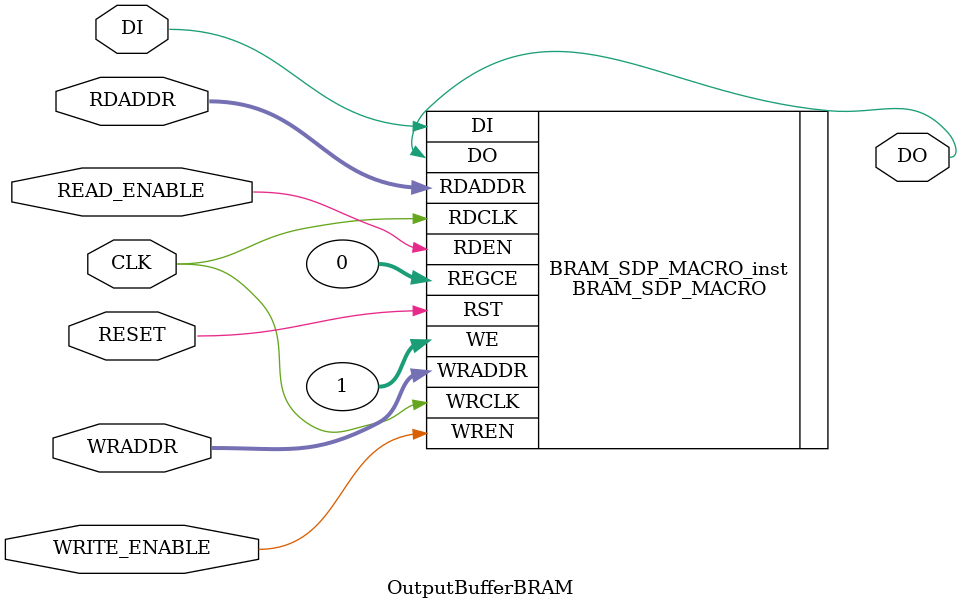
<source format=sv>
`timescale 1ns / 1ps


module OutputBufferBRAM#(
parameter DATA_WIDTH=1,
parameter ADDR_WIDTH=14,
parameter READ_REG_ENABLE=0
)
(
    output wire [DATA_WIDTH-1:0] DO,       // Output read data port, width defined by DATA_WIDTH parameter
    input wire  [DATA_WIDTH-1:0] DI,        // Input write data port, width defined by DATA_WIDTH parameter
    input wire  [ADDR_WIDTH-1:0] RDADDR, // Input  address, width defined by read port depth
    input wire  [ADDR_WIDTH-1:0] WRADDR, // Input  address, width defined by write port depth
    input wire RESET,       // 1-bit input reset      
    input wire CLK,   // 1-bit input read  and wrire clock
    input wire READ_ENABLE,     // 1-bit input read port enable
    input wire WRITE_ENABLE      // 1-bit input write port enable
    );


   // BRAM_SDP_MACRO: Simple Dual Port RAM
   //                 Artix-7
   // Xilinx HDL Language Template, version 2016.4
   
   ///////////////////////////////////////////////////////////////////////
   //  READ_WIDTH | BRAM_SIZE | READ Depth  | RDADDR Width |            //
   // WRITE_WIDTH |           | WRITE Depth | WRADDR Width |  WE Width  //
   // ============|===========|=============|==============|============//
   //    37-72    |  "36Kb"   |      512    |     9-bit    |    8-bit   //
   //    19-36    |  "36Kb"   |     1024    |    10-bit    |    4-bit   //
   //    19-36    |  "18Kb"   |      512    |     9-bit    |    4-bit   //
   //    10-18    |  "36Kb"   |     2048    |    11-bit    |    2-bit   //
   //    10-18    |  "18Kb"   |     1024    |    10-bit    |    2-bit   //
   //     5-9     |  "36Kb"   |     4096    |    12-bit    |    1-bit   //
   //     5-9     |  "18Kb"   |     2048    |    11-bit    |    1-bit   //
   //     3-4     |  "36Kb"   |     8192    |    13-bit    |    1-bit   //
   //     3-4     |  "18Kb"   |     4096    |    12-bit    |    1-bit   //
   //       2     |  "36Kb"   |    16384    |    14-bit    |    1-bit   //
   //       2     |  "18Kb"   |     8192    |    13-bit    |    1-bit   //
   //       1     |  "36Kb"   |    32768    |    15-bit    |    1-bit   //
   //       1     |  "18Kb"   |    16384    |    14-bit    |    1-bit   //
   ///////////////////////////////////////////////////////////////////////

   BRAM_SDP_MACRO #(
      .BRAM_SIZE("18Kb"), // Target BRAM, "18Kb" or "36Kb" 
      .DEVICE("7SERIES"), // Target device: "7SERIES" 
      .WRITE_WIDTH(DATA_WIDTH),    // Valid values are 1-72 (37-72 only valid when BRAM_SIZE="36Kb")
      .READ_WIDTH(DATA_WIDTH),     // Valid values are 1-72 (37-72 only valid when BRAM_SIZE="36Kb")
      .DO_REG(0),         // Optional output register (0 or 1)
      .INIT_FILE ("NONE"),
      .SIM_COLLISION_CHECK ("ALL"), // Collision check enable "ALL", "WARNING_ONLY", 
                                    //   "GENERATE_X_ONLY" or "NONE" 
      .SRVAL(72'h000000000000000000), // Set/Reset value for port output
      .INIT(72'h000000000000000000),  // Initial values on output port
      .WRITE_MODE("READ_FIRST"),  // Specify "READ_FIRST" for same clock or synchronous clocks
                                   //   Specify "WRITE_FIRST for asynchronous clocks on ports
      .INIT_00(256'h0000000000000000000000000000000000000000000000000000000000000000),
      .INIT_01(256'h0000000000000000000000000000000000000000000000000000000000000000),
      .INIT_02(256'h0000000000000000000000000000000000000000000000000000000000000000),
      .INIT_03(256'h0000000000000000000000000000000000000000000000000000000000000000),
      .INIT_04(256'h0000000000000000000000000000000000000000000000000000000000000000),
      .INIT_05(256'h0000000000000000000000000000000000000000000000000000000000000000),
      .INIT_06(256'h0000000000000000000000000000000000000000000000000000000000000000),
      .INIT_07(256'h0000000000000000000000000000000000000000000000000000000000000000),
      .INIT_08(256'h0000000000000000000000000000000000000000000000000000000000000000),
      .INIT_09(256'h0000000000000000000000000000000000000000000000000000000000000000),
      .INIT_0A(256'h0000000000000000000000000000000000000000000000000000000000000000),
      .INIT_0B(256'h0000000000000000000000000000000000000000000000000000000000000000),
      .INIT_0C(256'h0000000000000000000000000000000000000000000000000000000000000000),
      .INIT_0D(256'h0000000000000000000000000000000000000000000000000000000000000000),
      .INIT_0E(256'h0000000000000000000000000000000000000000000000000000000000000000),
      .INIT_0F(256'h0000000000000000000000000000000000000000000000000000000000000000),
      .INIT_10(256'h0000000000000000000000000000000000000000000000000000000000000000),
      .INIT_11(256'h0000000000000000000000000000000000000000000000000000000000000000),
      .INIT_12(256'h0000000000000000000000000000000000000000000000000000000000000000),
      .INIT_13(256'h0000000000000000000000000000000000000000000000000000000000000000),
      .INIT_14(256'h0000000000000000000000000000000000000000000000000000000000000000),
      .INIT_15(256'h0000000000000000000000000000000000000000000000000000000000000000),
      .INIT_16(256'h0000000000000000000000000000000000000000000000000000000000000000),
      .INIT_17(256'h0000000000000000000000000000000000000000000000000000000000000000),
      .INIT_18(256'h0000000000000000000000000000000000000000000000000000000000000000),
      .INIT_19(256'h0000000000000000000000000000000000000000000000000000000000000000),
      .INIT_1A(256'h0000000000000000000000000000000000000000000000000000000000000000),
      .INIT_1B(256'h0000000000000000000000000000000000000000000000000000000000000000),
      .INIT_1C(256'h0000000000000000000000000000000000000000000000000000000000000000),
      .INIT_1D(256'h0000000000000000000000000000000000000000000000000000000000000000),
      .INIT_1E(256'h0000000000000000000000000000000000000000000000000000000000000000),
      .INIT_1F(256'h0000000000000000000000000000000000000000000000000000000000000000),
      .INIT_20(256'h0000000000000000000000000000000000000000000000000000000000000000),
      .INIT_21(256'h0000000000000000000000000000000000000000000000000000000000000000),
      .INIT_22(256'h0000000000000000000000000000000000000000000000000000000000000000),
      .INIT_23(256'h0000000000000000000000000000000000000000000000000000000000000000),
      .INIT_24(256'h0000000000000000000000000000000000000000000000000000000000000000),
      .INIT_25(256'h0000000000000000000000000000000000000000000000000000000000000000),
      .INIT_26(256'h0000000000000000000000000000000000000000000000000000000000000000),
      .INIT_27(256'h0000000000000000000000000000000000000000000000000000000000000000),
      .INIT_28(256'h0000000000000000000000000000000000000000000000000000000000000000),
      .INIT_29(256'h0000000000000000000000000000000000000000000000000000000000000000),
      .INIT_2A(256'h0000000000000000000000000000000000000000000000000000000000000000),
      .INIT_2B(256'h0000000000000000000000000000000000000000000000000000000000000000),
      .INIT_2C(256'h0000000000000000000000000000000000000000000000000000000000000000),
      .INIT_2D(256'h0000000000000000000000000000000000000000000000000000000000000000),
      .INIT_2E(256'h0000000000000000000000000000000000000000000000000000000000000000),
      .INIT_2F(256'h0000000000000000000000000000000000000000000000000000000000000000),
      .INIT_30(256'h0000000000000000000000000000000000000000000000000000000000000000),
      .INIT_31(256'h0000000000000000000000000000000000000000000000000000000000000000),
      .INIT_32(256'h0000000000000000000000000000000000000000000000000000000000000000),
      .INIT_33(256'h0000000000000000000000000000000000000000000000000000000000000000),
      .INIT_34(256'h0000000000000000000000000000000000000000000000000000000000000000),
      .INIT_35(256'h0000000000000000000000000000000000000000000000000000000000000000),
      .INIT_36(256'h0000000000000000000000000000000000000000000000000000000000000000),
      .INIT_37(256'h0000000000000000000000000000000000000000000000000000000000000000),
      .INIT_38(256'h0000000000000000000000000000000000000000000000000000000000000000),
      .INIT_39(256'h0000000000000000000000000000000000000000000000000000000000000000),
      .INIT_3A(256'h0000000000000000000000000000000000000000000000000000000000000000),
      .INIT_3B(256'h0000000000000000000000000000000000000000000000000000000000000000),
      .INIT_3C(256'h0000000000000000000000000000000000000000000000000000000000000000),
      .INIT_3D(256'h0000000000000000000000000000000000000000000000000000000000000000),
      .INIT_3E(256'h0000000000000000000000000000000000000000000000000000000000000000),
      .INIT_3F(256'h0000000000000000000000000000000000000000000000000000000000000000),
      
      // The next set of INIT_xx are valid when configured as 36Kb
      .INIT_40(256'h0000000000000000000000000000000000000000000000000000000000000000),
      .INIT_41(256'h0000000000000000000000000000000000000000000000000000000000000000),
      .INIT_42(256'h0000000000000000000000000000000000000000000000000000000000000000),
      .INIT_43(256'h0000000000000000000000000000000000000000000000000000000000000000),
      .INIT_44(256'h0000000000000000000000000000000000000000000000000000000000000000),
      .INIT_45(256'h0000000000000000000000000000000000000000000000000000000000000000),
      .INIT_46(256'h0000000000000000000000000000000000000000000000000000000000000000),
      .INIT_47(256'h0000000000000000000000000000000000000000000000000000000000000000),
      .INIT_48(256'h0000000000000000000000000000000000000000000000000000000000000000),
      .INIT_49(256'h0000000000000000000000000000000000000000000000000000000000000000),
      .INIT_4A(256'h0000000000000000000000000000000000000000000000000000000000000000),
      .INIT_4B(256'h0000000000000000000000000000000000000000000000000000000000000000),
      .INIT_4C(256'h0000000000000000000000000000000000000000000000000000000000000000),
      .INIT_4D(256'h0000000000000000000000000000000000000000000000000000000000000000),
      .INIT_4E(256'h0000000000000000000000000000000000000000000000000000000000000000),
      .INIT_4F(256'h0000000000000000000000000000000000000000000000000000000000000000),
      .INIT_50(256'h0000000000000000000000000000000000000000000000000000000000000000),
      .INIT_51(256'h0000000000000000000000000000000000000000000000000000000000000000),
      .INIT_52(256'h0000000000000000000000000000000000000000000000000000000000000000),
      .INIT_53(256'h0000000000000000000000000000000000000000000000000000000000000000),
      .INIT_54(256'h0000000000000000000000000000000000000000000000000000000000000000),
      .INIT_55(256'h0000000000000000000000000000000000000000000000000000000000000000),
      .INIT_56(256'h0000000000000000000000000000000000000000000000000000000000000000),
      .INIT_57(256'h0000000000000000000000000000000000000000000000000000000000000000),
      .INIT_58(256'h0000000000000000000000000000000000000000000000000000000000000000),
      .INIT_59(256'h0000000000000000000000000000000000000000000000000000000000000000),
      .INIT_5A(256'h0000000000000000000000000000000000000000000000000000000000000000),
      .INIT_5B(256'h0000000000000000000000000000000000000000000000000000000000000000),
      .INIT_5C(256'h0000000000000000000000000000000000000000000000000000000000000000),
      .INIT_5D(256'h0000000000000000000000000000000000000000000000000000000000000000),
      .INIT_5E(256'h0000000000000000000000000000000000000000000000000000000000000000),
      .INIT_5F(256'h0000000000000000000000000000000000000000000000000000000000000000),
      .INIT_60(256'h0000000000000000000000000000000000000000000000000000000000000000),
      .INIT_61(256'h0000000000000000000000000000000000000000000000000000000000000000),
      .INIT_62(256'h0000000000000000000000000000000000000000000000000000000000000000),
      .INIT_63(256'h0000000000000000000000000000000000000000000000000000000000000000),
      .INIT_64(256'h0000000000000000000000000000000000000000000000000000000000000000),
      .INIT_65(256'h0000000000000000000000000000000000000000000000000000000000000000),
      .INIT_66(256'h0000000000000000000000000000000000000000000000000000000000000000),
      .INIT_67(256'h0000000000000000000000000000000000000000000000000000000000000000),
      .INIT_68(256'h0000000000000000000000000000000000000000000000000000000000000000),
      .INIT_69(256'h0000000000000000000000000000000000000000000000000000000000000000),
      .INIT_6A(256'h0000000000000000000000000000000000000000000000000000000000000000),
      .INIT_6B(256'h0000000000000000000000000000000000000000000000000000000000000000),
      .INIT_6C(256'h0000000000000000000000000000000000000000000000000000000000000000),
      .INIT_6D(256'h0000000000000000000000000000000000000000000000000000000000000000),
      .INIT_6E(256'h0000000000000000000000000000000000000000000000000000000000000000),
      .INIT_6F(256'h0000000000000000000000000000000000000000000000000000000000000000),
      .INIT_70(256'h0000000000000000000000000000000000000000000000000000000000000000),
      .INIT_71(256'h0000000000000000000000000000000000000000000000000000000000000000),
      .INIT_72(256'h0000000000000000000000000000000000000000000000000000000000000000),
      .INIT_73(256'h0000000000000000000000000000000000000000000000000000000000000000),
      .INIT_74(256'h0000000000000000000000000000000000000000000000000000000000000000),
      .INIT_75(256'h0000000000000000000000000000000000000000000000000000000000000000),
      .INIT_76(256'h0000000000000000000000000000000000000000000000000000000000000000),
      .INIT_77(256'h0000000000000000000000000000000000000000000000000000000000000000),
      .INIT_78(256'h0000000000000000000000000000000000000000000000000000000000000000),
      .INIT_79(256'h0000000000000000000000000000000000000000000000000000000000000000),
      .INIT_7A(256'h0000000000000000000000000000000000000000000000000000000000000000),
      .INIT_7B(256'h0000000000000000000000000000000000000000000000000000000000000000),
      .INIT_7C(256'h0000000000000000000000000000000000000000000000000000000000000000),
      .INIT_7D(256'h0000000000000000000000000000000000000000000000000000000000000000),
      .INIT_7E(256'h0000000000000000000000000000000000000000000000000000000000000000),
      .INIT_7F(256'h0000000000000000000000000000000000000000000000000000000000000000),
      
      // The next set of INITP_xx are for the parity bits
      .INITP_00(256'h0000000000000000000000000000000000000000000000000000000000000000),
      .INITP_01(256'h0000000000000000000000000000000000000000000000000000000000000000),
      .INITP_02(256'h0000000000000000000000000000000000000000000000000000000000000000),
      .INITP_03(256'h0000000000000000000000000000000000000000000000000000000000000000),
      .INITP_04(256'h0000000000000000000000000000000000000000000000000000000000000000),
      .INITP_05(256'h0000000000000000000000000000000000000000000000000000000000000000),
      .INITP_06(256'h0000000000000000000000000000000000000000000000000000000000000000),
      .INITP_07(256'h0000000000000000000000000000000000000000000000000000000000000000),
      
      // The next set of INITP_xx are valid when configured as 36Kb
      .INITP_08(256'h0000000000000000000000000000000000000000000000000000000000000000),
      .INITP_09(256'h0000000000000000000000000000000000000000000000000000000000000000),
      .INITP_0A(256'h0000000000000000000000000000000000000000000000000000000000000000),
      .INITP_0B(256'h0000000000000000000000000000000000000000000000000000000000000000),
      .INITP_0C(256'h0000000000000000000000000000000000000000000000000000000000000000),
      .INITP_0D(256'h0000000000000000000000000000000000000000000000000000000000000000),
      .INITP_0E(256'h0000000000000000000000000000000000000000000000000000000000000000),
      .INITP_0F(256'h0000000000000000000000000000000000000000000000000000000000000000)
   ) BRAM_SDP_MACRO_inst (
      .DO(DO),         // Output read data port, width defined by READ_WIDTH parameter
      .DI(DI),         // Input write data port, width defined by WRITE_WIDTH parameter
      .RDADDR(RDADDR), // Input read address, width defined by read port depth
      .RDCLK(CLK),   // 1-bit input read clock
      .RDEN(READ_ENABLE),     // 1-bit input read port enable
      .REGCE(READ_REG_ENABLE),   // 1-bit input read output register enable
      .RST(RESET),       // 1-bit input reset      
      .WE(1),         // Input write enable, width defined by write port depth
      .WRADDR(WRADDR), // Input write address, width defined by write port depth
      .WRCLK(CLK),   // 1-bit input write clock
      .WREN(WRITE_ENABLE)      // 1-bit input write port enable
   );

   // End of BRAM_SDP_MACRO_inst instantiation    
    
    
endmodule

</source>
